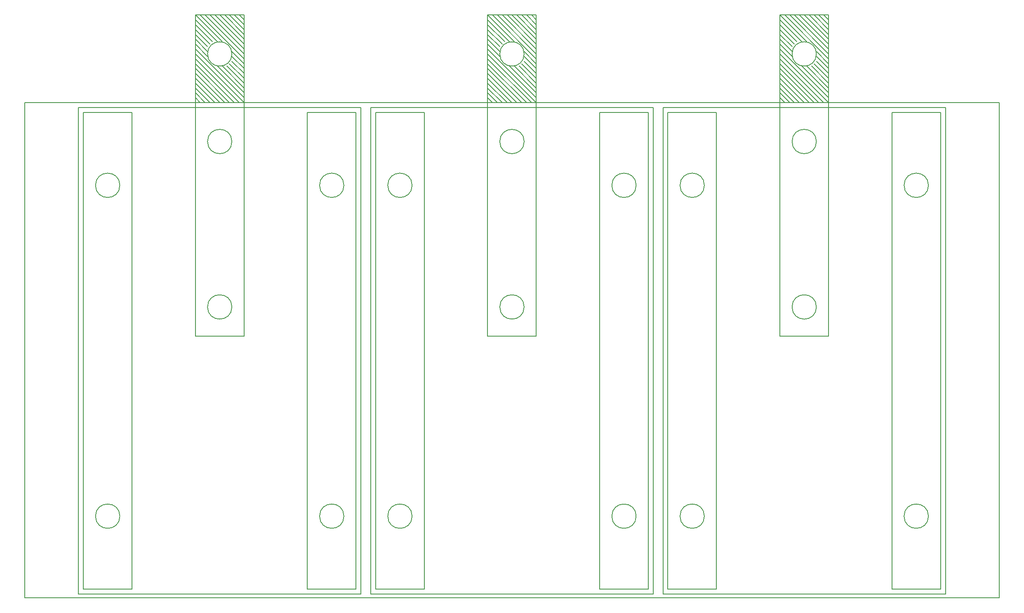
<source format=gbr>
G04 #@! TF.FileFunction,Other,Comment*
%FSLAX46Y46*%
G04 Gerber Fmt 4.6, Leading zero omitted, Abs format (unit mm)*
G04 Created by KiCad (PCBNEW 4.0.7) date 04/16/18 09:07:38*
%MOMM*%
%LPD*%
G01*
G04 APERTURE LIST*
%ADD10C,0.100000*%
%ADD11C,0.200000*%
G04 APERTURE END LIST*
D10*
D11*
X153000000Y19000000D02*
X154000000Y18000000D01*
X154000000Y17000000D02*
X152000000Y19000000D01*
X151000000Y19000000D02*
X154000000Y16000000D01*
X154000000Y15000000D02*
X150000000Y19000000D01*
X149000000Y19000000D02*
X154000000Y14000000D01*
X154000000Y13000000D02*
X148000000Y19000000D01*
X147000000Y19000000D02*
X154000000Y12000000D01*
X154000000Y11000000D02*
X146000000Y19000000D01*
X145000000Y19000000D02*
X154000000Y10000000D01*
X144000000Y1000000D02*
X144000000Y19000000D01*
X154000000Y19000000D02*
X154000000Y1000000D01*
X144000000Y19000000D02*
X154000000Y19000000D01*
X144000000Y13000000D02*
X146500000Y10500000D01*
X144000000Y14000000D02*
X146500000Y11500000D01*
X144000000Y15000000D02*
X146500000Y12500000D01*
X144000000Y16000000D02*
X147000000Y13000000D01*
X144000000Y17000000D02*
X147500000Y13500000D01*
X144000000Y18000000D02*
X148500000Y13500000D01*
X144000000Y19000000D02*
X149500000Y13500000D01*
X154000000Y9000000D02*
X151500000Y11500000D01*
X154000000Y8000000D02*
X151500000Y10500000D01*
X154000000Y7000000D02*
X151500000Y9500000D01*
X154000000Y6000000D02*
X151000000Y9000000D01*
X154000000Y5000000D02*
X150500000Y8500000D01*
X149500000Y8500000D02*
X154000000Y4000000D01*
X154000000Y3000000D02*
X148500000Y8500000D01*
X151500000Y11000000D02*
G75*
G03X151500000Y11000000I-2500000J0D01*
G01*
X145000000Y1000000D02*
X144000000Y2000000D01*
X144000000Y3000000D02*
X146000000Y1000000D01*
X147000000Y1000000D02*
X144000000Y4000000D01*
X144000000Y5000000D02*
X148000000Y1000000D01*
X149000000Y1000000D02*
X144000000Y6000000D01*
X144000000Y7000000D02*
X150000000Y1000000D01*
X151000000Y1000000D02*
X144000000Y8000000D01*
X144000000Y9000000D02*
X152000000Y1000000D01*
X153000000Y1000000D02*
X144000000Y10000000D01*
X144000000Y11000000D02*
X154000000Y1000000D01*
X154000000Y2000000D02*
X144000000Y12000000D01*
X94000000Y2000000D02*
X84000000Y12000000D01*
X84000000Y11000000D02*
X94000000Y1000000D01*
X93000000Y1000000D02*
X84000000Y10000000D01*
X84000000Y9000000D02*
X92000000Y1000000D01*
X91000000Y1000000D02*
X84000000Y8000000D01*
X84000000Y7000000D02*
X90000000Y1000000D01*
X89000000Y1000000D02*
X84000000Y6000000D01*
X84000000Y5000000D02*
X88000000Y1000000D01*
X87000000Y1000000D02*
X84000000Y4000000D01*
X84000000Y3000000D02*
X86000000Y1000000D01*
X85000000Y1000000D02*
X84000000Y2000000D01*
X91500000Y11000000D02*
G75*
G03X91500000Y11000000I-2500000J0D01*
G01*
X94000000Y3000000D02*
X88500000Y8500000D01*
X89500000Y8500000D02*
X94000000Y4000000D01*
X94000000Y5000000D02*
X90500000Y8500000D01*
X94000000Y6000000D02*
X91000000Y9000000D01*
X94000000Y7000000D02*
X91500000Y9500000D01*
X94000000Y8000000D02*
X91500000Y10500000D01*
X94000000Y9000000D02*
X91500000Y11500000D01*
X84000000Y19000000D02*
X89500000Y13500000D01*
X84000000Y18000000D02*
X88500000Y13500000D01*
X84000000Y17000000D02*
X87500000Y13500000D01*
X84000000Y16000000D02*
X87000000Y13000000D01*
X84000000Y15000000D02*
X86500000Y12500000D01*
X84000000Y14000000D02*
X86500000Y11500000D01*
X84000000Y13000000D02*
X86500000Y10500000D01*
X84000000Y19000000D02*
X94000000Y19000000D01*
X94000000Y19000000D02*
X94000000Y1000000D01*
X84000000Y1000000D02*
X84000000Y19000000D01*
X85000000Y19000000D02*
X94000000Y10000000D01*
X94000000Y11000000D02*
X86000000Y19000000D01*
X87000000Y19000000D02*
X94000000Y12000000D01*
X94000000Y13000000D02*
X88000000Y19000000D01*
X89000000Y19000000D02*
X94000000Y14000000D01*
X94000000Y15000000D02*
X90000000Y19000000D01*
X91000000Y19000000D02*
X94000000Y16000000D01*
X94000000Y17000000D02*
X92000000Y19000000D01*
X93000000Y19000000D02*
X94000000Y18000000D01*
X33000000Y19000000D02*
X34000000Y18000000D01*
X34000000Y17000000D02*
X32000000Y19000000D01*
X31000000Y19000000D02*
X34000000Y16000000D01*
X34000000Y15000000D02*
X30000000Y19000000D01*
X29000000Y19000000D02*
X34000000Y14000000D01*
X34000000Y13000000D02*
X28000000Y19000000D01*
X27000000Y19000000D02*
X34000000Y12000000D01*
X34000000Y11000000D02*
X26000000Y19000000D01*
X25000000Y19000000D02*
X34000000Y10000000D01*
X24000000Y1000000D02*
X24000000Y19000000D01*
X34000000Y19000000D02*
X34000000Y1000000D01*
X24000000Y19000000D02*
X34000000Y19000000D01*
X24000000Y13000000D02*
X26500000Y10500000D01*
X24000000Y14000000D02*
X26500000Y11500000D01*
X24000000Y15000000D02*
X26500000Y12500000D01*
X24000000Y16000000D02*
X27000000Y13000000D01*
X24000000Y17000000D02*
X27500000Y13500000D01*
X24000000Y18000000D02*
X28500000Y13500000D01*
X24000000Y19000000D02*
X29500000Y13500000D01*
X34000000Y9000000D02*
X31500000Y11500000D01*
X34000000Y8000000D02*
X31500000Y10500000D01*
X34000000Y7000000D02*
X31500000Y9500000D01*
X34000000Y6000000D02*
X31000000Y9000000D01*
X34000000Y5000000D02*
X30500000Y8500000D01*
X29500000Y8500000D02*
X34000000Y4000000D01*
X34000000Y3000000D02*
X28500000Y8500000D01*
X31500000Y11000000D02*
G75*
G03X31500000Y11000000I-2500000J0D01*
G01*
X-11000000Y-100800000D02*
X-11000000Y1000000D01*
X189000000Y-100800000D02*
X-11000000Y-100800000D01*
X189000000Y1000000D02*
X189000000Y-100800000D01*
X-11000000Y1000000D02*
X189000000Y1000000D01*
X177000000Y-99000000D02*
X177000000Y-1000000D01*
X167000000Y-99000000D02*
X177000000Y-99000000D01*
X167000000Y-1000000D02*
X167000000Y-99000000D01*
X177000000Y-1000000D02*
X167000000Y-1000000D01*
X154000000Y-47000000D02*
X154000000Y1000000D01*
X144000000Y-47000000D02*
X154000000Y-47000000D01*
X144000000Y1000000D02*
X144000000Y-47000000D01*
X131000000Y-99000000D02*
X121000000Y-99000000D01*
X131000000Y-1000000D02*
X131000000Y-99000000D01*
X121000000Y-1000000D02*
X131000000Y-1000000D01*
X121000000Y-99000000D02*
X121000000Y-1000000D01*
X117000000Y-1000000D02*
X117000000Y-99000000D01*
X107000000Y-99000000D02*
X117000000Y-99000000D01*
X107000000Y-1000000D02*
X107000000Y-99000000D01*
X117000000Y-1000000D02*
X107000000Y-1000000D01*
X94000000Y-47000000D02*
X94000000Y1000000D01*
X84000000Y-47000000D02*
X94000000Y-47000000D01*
X84000000Y1000000D02*
X84000000Y-47000000D01*
X61000000Y-99000000D02*
X61000000Y-1000000D01*
X71000000Y-99000000D02*
X61000000Y-99000000D01*
X71000000Y-1000000D02*
X71000000Y-99000000D01*
X61000000Y-1000000D02*
X71000000Y-1000000D01*
X11000000Y-99000000D02*
X11000000Y-1000000D01*
X1000000Y-99000000D02*
X11000000Y-99000000D01*
X1000000Y-1000000D02*
X1000000Y-99000000D01*
X11000000Y-1000000D02*
X1000000Y-1000000D01*
X24000000Y-47000000D02*
X24000000Y1000000D01*
X34000000Y-47000000D02*
X24000000Y-47000000D01*
X34000000Y1000000D02*
X34000000Y-47000000D01*
X57000000Y-99000000D02*
X57000000Y-1000000D01*
X47000000Y-99000000D02*
X57000000Y-99000000D01*
X47000000Y-1000000D02*
X47000000Y-99000000D01*
X57000000Y-1000000D02*
X47000000Y-1000000D01*
X120000000Y-100000000D02*
X120000000Y0D01*
X178000000Y0D02*
X178000000Y-100000000D01*
X120000000Y0D02*
X178000000Y0D01*
X174500000Y-16000000D02*
G75*
G03X174500000Y-16000000I-2500000J0D01*
G01*
X151500000Y-7000000D02*
G75*
G03X151500000Y-7000000I-2500000J0D01*
G01*
X151500000Y-41000000D02*
G75*
G03X151500000Y-41000000I-2500000J0D01*
G01*
X174500000Y-84000000D02*
G75*
G03X174500000Y-84000000I-2500000J0D01*
G01*
X128500000Y-84000000D02*
G75*
G03X128500000Y-84000000I-2500000J0D01*
G01*
X128500000Y-16000000D02*
G75*
G03X128500000Y-16000000I-2500000J0D01*
G01*
X120000000Y-100000000D02*
X120000000Y0D01*
X120000000Y0D02*
X178000000Y0D01*
X174500000Y-16000000D02*
G75*
G03X174500000Y-16000000I-2500000J0D01*
G01*
X151500000Y-7000000D02*
G75*
G03X151500000Y-7000000I-2500000J0D01*
G01*
X151500000Y-41000000D02*
G75*
G03X151500000Y-41000000I-2500000J0D01*
G01*
X174500000Y-84000000D02*
G75*
G03X174500000Y-84000000I-2500000J0D01*
G01*
X128500000Y-84000000D02*
G75*
G03X128500000Y-84000000I-2500000J0D01*
G01*
X128500000Y-16000000D02*
G75*
G03X128500000Y-16000000I-2500000J0D01*
G01*
X68500000Y-16000000D02*
G75*
G03X68500000Y-16000000I-2500000J0D01*
G01*
X68500000Y-84000000D02*
G75*
G03X68500000Y-84000000I-2500000J0D01*
G01*
X114500000Y-84000000D02*
G75*
G03X114500000Y-84000000I-2500000J0D01*
G01*
X91500000Y-41000000D02*
G75*
G03X91500000Y-41000000I-2500000J0D01*
G01*
X91500000Y-7000000D02*
G75*
G03X91500000Y-7000000I-2500000J0D01*
G01*
X114500000Y-16000000D02*
G75*
G03X114500000Y-16000000I-2500000J0D01*
G01*
X60000000Y0D02*
X118000000Y0D01*
X60000000Y-100000000D02*
X60000000Y0D01*
X120000000Y-100000000D02*
X120000000Y0D01*
X178000000Y-100000000D02*
X120000000Y-100000000D01*
X178000000Y0D02*
X178000000Y-100000000D01*
X120000000Y0D02*
X178000000Y0D01*
X174500000Y-16000000D02*
G75*
G03X174500000Y-16000000I-2500000J0D01*
G01*
X151500000Y-7000000D02*
G75*
G03X151500000Y-7000000I-2500000J0D01*
G01*
X151500000Y-41000000D02*
G75*
G03X151500000Y-41000000I-2500000J0D01*
G01*
X174500000Y-84000000D02*
G75*
G03X174500000Y-84000000I-2500000J0D01*
G01*
X128500000Y-84000000D02*
G75*
G03X128500000Y-84000000I-2500000J0D01*
G01*
X128500000Y-16000000D02*
G75*
G03X128500000Y-16000000I-2500000J0D01*
G01*
X68500000Y-16000000D02*
G75*
G03X68500000Y-16000000I-2500000J0D01*
G01*
X68500000Y-84000000D02*
G75*
G03X68500000Y-84000000I-2500000J0D01*
G01*
X114500000Y-84000000D02*
G75*
G03X114500000Y-84000000I-2500000J0D01*
G01*
X91500000Y-41000000D02*
G75*
G03X91500000Y-41000000I-2500000J0D01*
G01*
X91500000Y-7000000D02*
G75*
G03X91500000Y-7000000I-2500000J0D01*
G01*
X114500000Y-16000000D02*
G75*
G03X114500000Y-16000000I-2500000J0D01*
G01*
X60000000Y0D02*
X118000000Y0D01*
X118000000Y0D02*
X118000000Y-100000000D01*
X118000000Y-100000000D02*
X60000000Y-100000000D01*
X60000000Y-100000000D02*
X60000000Y0D01*
X0Y-100000000D02*
X0Y0D01*
X58000000Y-100000000D02*
X0Y-100000000D01*
X58000000Y0D02*
X58000000Y-100000000D01*
X0Y0D02*
X58000000Y0D01*
X54500000Y-16000000D02*
G75*
G03X54500000Y-16000000I-2500000J0D01*
G01*
X31500000Y-7000000D02*
G75*
G03X31500000Y-7000000I-2500000J0D01*
G01*
X31500000Y-41000000D02*
G75*
G03X31500000Y-41000000I-2500000J0D01*
G01*
X54500000Y-84000000D02*
G75*
G03X54500000Y-84000000I-2500000J0D01*
G01*
X8500000Y-84000000D02*
G75*
G03X8500000Y-84000000I-2500000J0D01*
G01*
X8500000Y-16000000D02*
G75*
G03X8500000Y-16000000I-2500000J0D01*
G01*
X25000000Y1000000D02*
X24000000Y2000000D01*
X24000000Y3000000D02*
X26000000Y1000000D01*
X27000000Y1000000D02*
X24000000Y4000000D01*
X24000000Y5000000D02*
X28000000Y1000000D01*
X29000000Y1000000D02*
X24000000Y6000000D01*
X24000000Y7000000D02*
X30000000Y1000000D01*
X31000000Y1000000D02*
X24000000Y8000000D01*
X24000000Y9000000D02*
X32000000Y1000000D01*
X33000000Y1000000D02*
X24000000Y10000000D01*
X24000000Y11000000D02*
X34000000Y1000000D01*
X34000000Y2000000D02*
X24000000Y12000000D01*
M02*

</source>
